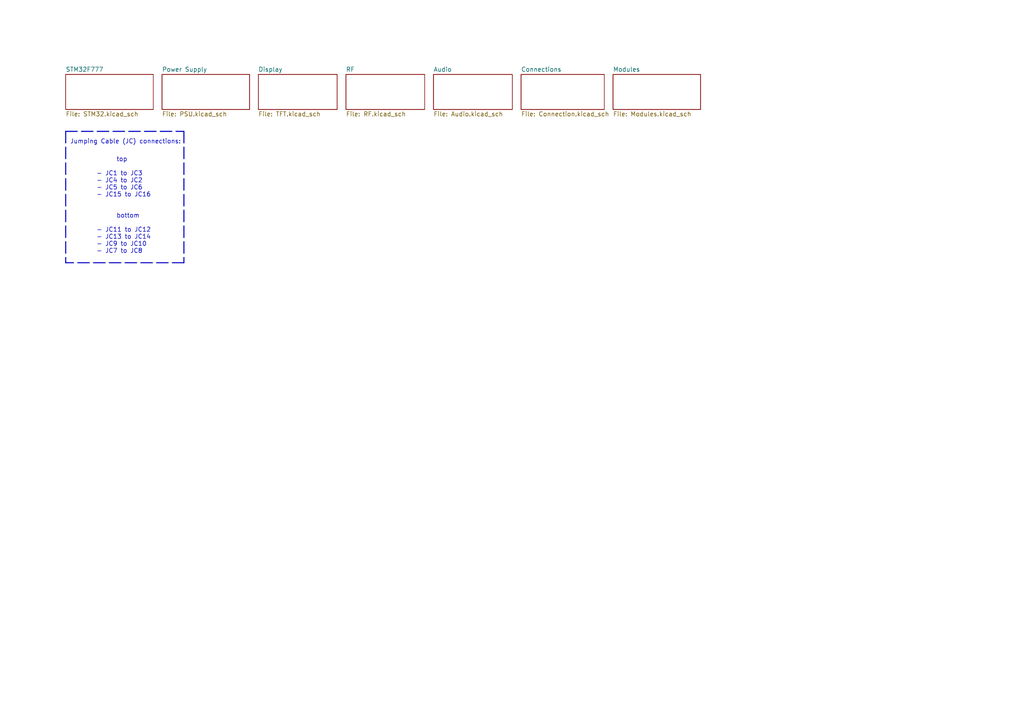
<source format=kicad_sch>
(kicad_sch (version 20211123) (generator eeschema)
  (paper "A4")
  (title_block (title "TR-9 Mainboard") (comment 3 "Author: DB9MAT Mathis, SO3ALG Nikoloz, SP5WWP Wojciech") (comment 4 "TR-9 Open Source Digital Radio"))
  (lib_symbols)
  (polyline (pts (xy 19.05 38.1) (xy 19.05 76.2)) (stroke (width 0.3048)))
  (polyline (pts (xy 53.34 76.2) (xy 19.05 76.2)) (stroke (width 0.3048)))
  (polyline (pts (xy 53.34 38.1) (xy 53.34 76.2)) (stroke (width 0.3048)))
  (polyline (pts (xy 19.05 38.1) (xy 53.34 38.1)) (stroke (width 0.3048)))
  (text "      top\n\n- JC1 to JC3\n- JC4 to JC2\n- JC5 to JC6\n- JC15 to JC16\n\n\n      bottom\n\n- JC11 to JC12\n- JC13 to JC14\n- JC9 to JC10\n- JC7 to JC8" (at 27.94 73.66 0) (effects (font (size 1.27 1.27)) (justify left bottom)))
  (text "Jumping Cable (JC) connections:\n" (at 20.32 41.91 0) (effects (font (size 1.27 1.27)) (justify left bottom)))
  (sheet (at 19.05 21.59) (size 25.4 10.16)
    (property "Sheet name" "STM32F777" (at 19.05 20.8784 0) (effects (justify left bottom)))
    (property "Sheet file" "STM32.kicad_sch" (at 19.05 32.3346 0) (effects (justify left top)))
  )
  (sheet (at 46.99 21.59) (size 25.4 10.16)
    (property "Sheet name" "Power Supply" (at 46.99 20.8784 0) (effects (justify left bottom)))
    (property "Sheet file" "PSU.kicad_sch" (at 46.99 32.3346 0) (effects (justify left top)))
  )
  (sheet (at 74.93 21.59) (size 22.86 10.16)
    (property "Sheet name" "Display" (at 74.93 20.8784 0) (effects (justify left bottom)))
    (property "Sheet file" "TFT.kicad_sch" (at 74.93 32.3346 0) (effects (justify left top)))
  )
  (sheet (at 100.33 21.59) (size 22.86 10.16)
    (property "Sheet name" "RF" (at 100.33 20.8784 0) (effects (justify left bottom)))
    (property "Sheet file" "RF.kicad_sch" (at 100.33 32.3346 0) (effects (justify left top)))
  )
  (sheet (at 125.73 21.59) (size 22.86 10.16)
    (property "Sheet name" "Audio" (at 125.73 20.8784 0) (effects (justify left bottom)))
    (property "Sheet file" "Audio.kicad_sch" (at 125.73 32.3346 0) (effects (justify left top)))
  )
  (sheet (at 151.13 21.59) (size 24.13 10.16)
    (property "Sheet name" "Connections" (at 151.13 20.8784 0) (effects (justify left bottom)))
    (property "Sheet file" "Connection.kicad_sch" (at 151.13 32.3346 0) (effects (justify left top)))
  )
  (sheet (at 177.8 21.59) (size 25.4 10.16)
    (property "Sheet name" "Modules" (at 177.8 20.8784 0) (effects (justify left bottom)))
    (property "Sheet file" "Modules.kicad_sch" (at 177.8 32.3346 0) (effects (justify left top)))
  )
)
</source>
